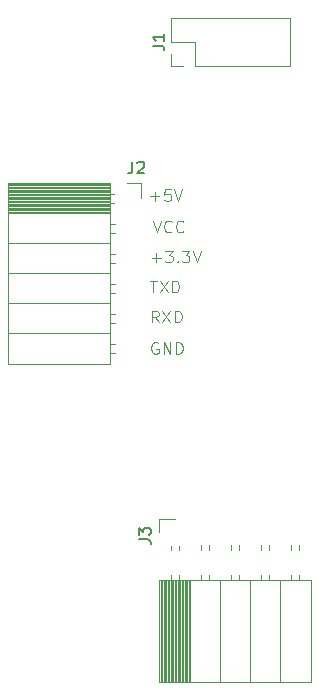
<source format=gto>
G04 #@! TF.GenerationSoftware,KiCad,Pcbnew,8.0.0*
G04 #@! TF.CreationDate,2024-03-09T17:02:06-06:00*
G04 #@! TF.ProjectId,Sonde_Programmer_Adapter,536f6e64-655f-4507-926f-6772616d6d65,rev?*
G04 #@! TF.SameCoordinates,Original*
G04 #@! TF.FileFunction,Legend,Top*
G04 #@! TF.FilePolarity,Positive*
%FSLAX46Y46*%
G04 Gerber Fmt 4.6, Leading zero omitted, Abs format (unit mm)*
G04 Created by KiCad (PCBNEW 8.0.0) date 2024-03-09 17:02:06*
%MOMM*%
%LPD*%
G01*
G04 APERTURE LIST*
%ADD10C,0.100000*%
%ADD11C,0.150000*%
%ADD12C,0.120000*%
%ADD13O,1.700000X1.700000*%
%ADD14R,1.700000X1.700000*%
%ADD15R,1.350000X1.350000*%
%ADD16O,1.350000X1.350000*%
G04 APERTURE END LIST*
D10*
X82361693Y-81470038D02*
X82266455Y-81422419D01*
X82266455Y-81422419D02*
X82123598Y-81422419D01*
X82123598Y-81422419D02*
X81980741Y-81470038D01*
X81980741Y-81470038D02*
X81885503Y-81565276D01*
X81885503Y-81565276D02*
X81837884Y-81660514D01*
X81837884Y-81660514D02*
X81790265Y-81850990D01*
X81790265Y-81850990D02*
X81790265Y-81993847D01*
X81790265Y-81993847D02*
X81837884Y-82184323D01*
X81837884Y-82184323D02*
X81885503Y-82279561D01*
X81885503Y-82279561D02*
X81980741Y-82374800D01*
X81980741Y-82374800D02*
X82123598Y-82422419D01*
X82123598Y-82422419D02*
X82218836Y-82422419D01*
X82218836Y-82422419D02*
X82361693Y-82374800D01*
X82361693Y-82374800D02*
X82409312Y-82327180D01*
X82409312Y-82327180D02*
X82409312Y-81993847D01*
X82409312Y-81993847D02*
X82218836Y-81993847D01*
X82837884Y-82422419D02*
X82837884Y-81422419D01*
X82837884Y-81422419D02*
X83409312Y-82422419D01*
X83409312Y-82422419D02*
X83409312Y-81422419D01*
X83885503Y-82422419D02*
X83885503Y-81422419D01*
X83885503Y-81422419D02*
X84123598Y-81422419D01*
X84123598Y-81422419D02*
X84266455Y-81470038D01*
X84266455Y-81470038D02*
X84361693Y-81565276D01*
X84361693Y-81565276D02*
X84409312Y-81660514D01*
X84409312Y-81660514D02*
X84456931Y-81850990D01*
X84456931Y-81850990D02*
X84456931Y-81993847D01*
X84456931Y-81993847D02*
X84409312Y-82184323D01*
X84409312Y-82184323D02*
X84361693Y-82279561D01*
X84361693Y-82279561D02*
X84266455Y-82374800D01*
X84266455Y-82374800D02*
X84123598Y-82422419D01*
X84123598Y-82422419D02*
X83885503Y-82422419D01*
X82409312Y-79755419D02*
X82075979Y-79279228D01*
X81837884Y-79755419D02*
X81837884Y-78755419D01*
X81837884Y-78755419D02*
X82218836Y-78755419D01*
X82218836Y-78755419D02*
X82314074Y-78803038D01*
X82314074Y-78803038D02*
X82361693Y-78850657D01*
X82361693Y-78850657D02*
X82409312Y-78945895D01*
X82409312Y-78945895D02*
X82409312Y-79088752D01*
X82409312Y-79088752D02*
X82361693Y-79183990D01*
X82361693Y-79183990D02*
X82314074Y-79231609D01*
X82314074Y-79231609D02*
X82218836Y-79279228D01*
X82218836Y-79279228D02*
X81837884Y-79279228D01*
X82742646Y-78755419D02*
X83409312Y-79755419D01*
X83409312Y-78755419D02*
X82742646Y-79755419D01*
X83790265Y-79755419D02*
X83790265Y-78755419D01*
X83790265Y-78755419D02*
X84028360Y-78755419D01*
X84028360Y-78755419D02*
X84171217Y-78803038D01*
X84171217Y-78803038D02*
X84266455Y-78898276D01*
X84266455Y-78898276D02*
X84314074Y-78993514D01*
X84314074Y-78993514D02*
X84361693Y-79183990D01*
X84361693Y-79183990D02*
X84361693Y-79326847D01*
X84361693Y-79326847D02*
X84314074Y-79517323D01*
X84314074Y-79517323D02*
X84266455Y-79612561D01*
X84266455Y-79612561D02*
X84171217Y-79707800D01*
X84171217Y-79707800D02*
X84028360Y-79755419D01*
X84028360Y-79755419D02*
X83790265Y-79755419D01*
X81695027Y-76215419D02*
X82266455Y-76215419D01*
X81980741Y-77215419D02*
X81980741Y-76215419D01*
X82504551Y-76215419D02*
X83171217Y-77215419D01*
X83171217Y-76215419D02*
X82504551Y-77215419D01*
X83552170Y-77215419D02*
X83552170Y-76215419D01*
X83552170Y-76215419D02*
X83790265Y-76215419D01*
X83790265Y-76215419D02*
X83933122Y-76263038D01*
X83933122Y-76263038D02*
X84028360Y-76358276D01*
X84028360Y-76358276D02*
X84075979Y-76453514D01*
X84075979Y-76453514D02*
X84123598Y-76643990D01*
X84123598Y-76643990D02*
X84123598Y-76786847D01*
X84123598Y-76786847D02*
X84075979Y-76977323D01*
X84075979Y-76977323D02*
X84028360Y-77072561D01*
X84028360Y-77072561D02*
X83933122Y-77167800D01*
X83933122Y-77167800D02*
X83790265Y-77215419D01*
X83790265Y-77215419D02*
X83552170Y-77215419D01*
X81837884Y-74294466D02*
X82599789Y-74294466D01*
X82218836Y-74675419D02*
X82218836Y-73913514D01*
X82980741Y-73675419D02*
X83599788Y-73675419D01*
X83599788Y-73675419D02*
X83266455Y-74056371D01*
X83266455Y-74056371D02*
X83409312Y-74056371D01*
X83409312Y-74056371D02*
X83504550Y-74103990D01*
X83504550Y-74103990D02*
X83552169Y-74151609D01*
X83552169Y-74151609D02*
X83599788Y-74246847D01*
X83599788Y-74246847D02*
X83599788Y-74484942D01*
X83599788Y-74484942D02*
X83552169Y-74580180D01*
X83552169Y-74580180D02*
X83504550Y-74627800D01*
X83504550Y-74627800D02*
X83409312Y-74675419D01*
X83409312Y-74675419D02*
X83123598Y-74675419D01*
X83123598Y-74675419D02*
X83028360Y-74627800D01*
X83028360Y-74627800D02*
X82980741Y-74580180D01*
X84028360Y-74580180D02*
X84075979Y-74627800D01*
X84075979Y-74627800D02*
X84028360Y-74675419D01*
X84028360Y-74675419D02*
X83980741Y-74627800D01*
X83980741Y-74627800D02*
X84028360Y-74580180D01*
X84028360Y-74580180D02*
X84028360Y-74675419D01*
X84409312Y-73675419D02*
X85028359Y-73675419D01*
X85028359Y-73675419D02*
X84695026Y-74056371D01*
X84695026Y-74056371D02*
X84837883Y-74056371D01*
X84837883Y-74056371D02*
X84933121Y-74103990D01*
X84933121Y-74103990D02*
X84980740Y-74151609D01*
X84980740Y-74151609D02*
X85028359Y-74246847D01*
X85028359Y-74246847D02*
X85028359Y-74484942D01*
X85028359Y-74484942D02*
X84980740Y-74580180D01*
X84980740Y-74580180D02*
X84933121Y-74627800D01*
X84933121Y-74627800D02*
X84837883Y-74675419D01*
X84837883Y-74675419D02*
X84552169Y-74675419D01*
X84552169Y-74675419D02*
X84456931Y-74627800D01*
X84456931Y-74627800D02*
X84409312Y-74580180D01*
X85314074Y-73675419D02*
X85647407Y-74675419D01*
X85647407Y-74675419D02*
X85980740Y-73675419D01*
X81949027Y-71135419D02*
X82282360Y-72135419D01*
X82282360Y-72135419D02*
X82615693Y-71135419D01*
X83520455Y-72040180D02*
X83472836Y-72087800D01*
X83472836Y-72087800D02*
X83329979Y-72135419D01*
X83329979Y-72135419D02*
X83234741Y-72135419D01*
X83234741Y-72135419D02*
X83091884Y-72087800D01*
X83091884Y-72087800D02*
X82996646Y-71992561D01*
X82996646Y-71992561D02*
X82949027Y-71897323D01*
X82949027Y-71897323D02*
X82901408Y-71706847D01*
X82901408Y-71706847D02*
X82901408Y-71563990D01*
X82901408Y-71563990D02*
X82949027Y-71373514D01*
X82949027Y-71373514D02*
X82996646Y-71278276D01*
X82996646Y-71278276D02*
X83091884Y-71183038D01*
X83091884Y-71183038D02*
X83234741Y-71135419D01*
X83234741Y-71135419D02*
X83329979Y-71135419D01*
X83329979Y-71135419D02*
X83472836Y-71183038D01*
X83472836Y-71183038D02*
X83520455Y-71230657D01*
X84520455Y-72040180D02*
X84472836Y-72087800D01*
X84472836Y-72087800D02*
X84329979Y-72135419D01*
X84329979Y-72135419D02*
X84234741Y-72135419D01*
X84234741Y-72135419D02*
X84091884Y-72087800D01*
X84091884Y-72087800D02*
X83996646Y-71992561D01*
X83996646Y-71992561D02*
X83949027Y-71897323D01*
X83949027Y-71897323D02*
X83901408Y-71706847D01*
X83901408Y-71706847D02*
X83901408Y-71563990D01*
X83901408Y-71563990D02*
X83949027Y-71373514D01*
X83949027Y-71373514D02*
X83996646Y-71278276D01*
X83996646Y-71278276D02*
X84091884Y-71183038D01*
X84091884Y-71183038D02*
X84234741Y-71135419D01*
X84234741Y-71135419D02*
X84329979Y-71135419D01*
X84329979Y-71135419D02*
X84472836Y-71183038D01*
X84472836Y-71183038D02*
X84520455Y-71230657D01*
X81710884Y-69087466D02*
X82472789Y-69087466D01*
X82091836Y-69468419D02*
X82091836Y-68706514D01*
X83425169Y-68468419D02*
X82948979Y-68468419D01*
X82948979Y-68468419D02*
X82901360Y-68944609D01*
X82901360Y-68944609D02*
X82948979Y-68896990D01*
X82948979Y-68896990D02*
X83044217Y-68849371D01*
X83044217Y-68849371D02*
X83282312Y-68849371D01*
X83282312Y-68849371D02*
X83377550Y-68896990D01*
X83377550Y-68896990D02*
X83425169Y-68944609D01*
X83425169Y-68944609D02*
X83472788Y-69039847D01*
X83472788Y-69039847D02*
X83472788Y-69277942D01*
X83472788Y-69277942D02*
X83425169Y-69373180D01*
X83425169Y-69373180D02*
X83377550Y-69420800D01*
X83377550Y-69420800D02*
X83282312Y-69468419D01*
X83282312Y-69468419D02*
X83044217Y-69468419D01*
X83044217Y-69468419D02*
X82948979Y-69420800D01*
X82948979Y-69420800D02*
X82901360Y-69373180D01*
X83758503Y-68468419D02*
X84091836Y-69468419D01*
X84091836Y-69468419D02*
X84425169Y-68468419D01*
D11*
X80184666Y-66129819D02*
X80184666Y-66844104D01*
X80184666Y-66844104D02*
X80137047Y-66986961D01*
X80137047Y-66986961D02*
X80041809Y-67082200D01*
X80041809Y-67082200D02*
X79898952Y-67129819D01*
X79898952Y-67129819D02*
X79803714Y-67129819D01*
X80613238Y-66225057D02*
X80660857Y-66177438D01*
X80660857Y-66177438D02*
X80756095Y-66129819D01*
X80756095Y-66129819D02*
X80994190Y-66129819D01*
X80994190Y-66129819D02*
X81089428Y-66177438D01*
X81089428Y-66177438D02*
X81137047Y-66225057D01*
X81137047Y-66225057D02*
X81184666Y-66320295D01*
X81184666Y-66320295D02*
X81184666Y-66415533D01*
X81184666Y-66415533D02*
X81137047Y-66558390D01*
X81137047Y-66558390D02*
X80565619Y-67129819D01*
X80565619Y-67129819D02*
X81184666Y-67129819D01*
X81913819Y-56340333D02*
X82628104Y-56340333D01*
X82628104Y-56340333D02*
X82770961Y-56387952D01*
X82770961Y-56387952D02*
X82866200Y-56483190D01*
X82866200Y-56483190D02*
X82913819Y-56626047D01*
X82913819Y-56626047D02*
X82913819Y-56721285D01*
X82913819Y-55340333D02*
X82913819Y-55911761D01*
X82913819Y-55626047D02*
X81913819Y-55626047D01*
X81913819Y-55626047D02*
X82056676Y-55721285D01*
X82056676Y-55721285D02*
X82151914Y-55816523D01*
X82151914Y-55816523D02*
X82199533Y-55911761D01*
X80734819Y-98123333D02*
X81449104Y-98123333D01*
X81449104Y-98123333D02*
X81591961Y-98170952D01*
X81591961Y-98170952D02*
X81687200Y-98266190D01*
X81687200Y-98266190D02*
X81734819Y-98409047D01*
X81734819Y-98409047D02*
X81734819Y-98504285D01*
X80734819Y-97742380D02*
X80734819Y-97123333D01*
X80734819Y-97123333D02*
X81115771Y-97456666D01*
X81115771Y-97456666D02*
X81115771Y-97313809D01*
X81115771Y-97313809D02*
X81163390Y-97218571D01*
X81163390Y-97218571D02*
X81211009Y-97170952D01*
X81211009Y-97170952D02*
X81306247Y-97123333D01*
X81306247Y-97123333D02*
X81544342Y-97123333D01*
X81544342Y-97123333D02*
X81639580Y-97170952D01*
X81639580Y-97170952D02*
X81687200Y-97218571D01*
X81687200Y-97218571D02*
X81734819Y-97313809D01*
X81734819Y-97313809D02*
X81734819Y-97599523D01*
X81734819Y-97599523D02*
X81687200Y-97694761D01*
X81687200Y-97694761D02*
X81639580Y-97742380D01*
D12*
X80891000Y-67910000D02*
X80891000Y-69240000D01*
X79781000Y-67910000D02*
X80891000Y-67910000D01*
X78321000Y-82300000D02*
X78731000Y-82300000D01*
X78321000Y-81580000D02*
X78731000Y-81580000D01*
X78321000Y-79760000D02*
X78731000Y-79760000D01*
X78321000Y-79040000D02*
X78731000Y-79040000D01*
X78321000Y-77220000D02*
X78731000Y-77220000D01*
X78321000Y-76500000D02*
X78731000Y-76500000D01*
X78321000Y-74680000D02*
X78731000Y-74680000D01*
X78321000Y-73960000D02*
X78731000Y-73960000D01*
X78321000Y-72140000D02*
X78731000Y-72140000D01*
X78321000Y-71420000D02*
X78731000Y-71420000D01*
X78321000Y-69600000D02*
X78671000Y-69600000D01*
X78321000Y-68880000D02*
X78671000Y-68880000D01*
X78321000Y-67910000D02*
X78321000Y-83270000D01*
X69691000Y-83270000D02*
X78321000Y-83270000D01*
X69691000Y-80670000D02*
X78321000Y-80670000D01*
X69691000Y-78130000D02*
X78321000Y-78130000D01*
X69691000Y-75590000D02*
X78321000Y-75590000D01*
X69691000Y-73050000D02*
X78321000Y-73050000D01*
X69691000Y-70510000D02*
X78321000Y-70510000D01*
X69691000Y-70391900D02*
X78321000Y-70391900D01*
X69691000Y-70273805D02*
X78321000Y-70273805D01*
X69691000Y-70155710D02*
X78321000Y-70155710D01*
X69691000Y-70037615D02*
X78321000Y-70037615D01*
X69691000Y-69919520D02*
X78321000Y-69919520D01*
X69691000Y-69801425D02*
X78321000Y-69801425D01*
X69691000Y-69683330D02*
X78321000Y-69683330D01*
X69691000Y-69565235D02*
X78321000Y-69565235D01*
X69691000Y-69447140D02*
X78321000Y-69447140D01*
X69691000Y-69329045D02*
X78321000Y-69329045D01*
X69691000Y-69210950D02*
X78321000Y-69210950D01*
X69691000Y-69092855D02*
X78321000Y-69092855D01*
X69691000Y-68974760D02*
X78321000Y-68974760D01*
X69691000Y-68856665D02*
X78321000Y-68856665D01*
X69691000Y-68738570D02*
X78321000Y-68738570D01*
X69691000Y-68620475D02*
X78321000Y-68620475D01*
X69691000Y-68502380D02*
X78321000Y-68502380D01*
X69691000Y-68384285D02*
X78321000Y-68384285D01*
X69691000Y-68266190D02*
X78321000Y-68266190D01*
X69691000Y-68148095D02*
X78321000Y-68148095D01*
X69691000Y-68030000D02*
X78321000Y-68030000D01*
X69691000Y-67910000D02*
X78321000Y-67910000D01*
X69691000Y-67910000D02*
X69691000Y-83270000D01*
X83459000Y-53947000D02*
X93579000Y-53947000D01*
X83459000Y-56007000D02*
X83459000Y-53947000D01*
X83459000Y-58067000D02*
X83459000Y-57007000D01*
X84519000Y-58067000D02*
X83459000Y-58067000D01*
X85519000Y-56007000D02*
X83459000Y-56007000D01*
X85519000Y-58067000D02*
X85519000Y-56007000D01*
X85519000Y-58067000D02*
X93579000Y-58067000D01*
X93579000Y-58067000D02*
X93579000Y-53947000D01*
X82490000Y-96426000D02*
X83820000Y-96426000D01*
X82490000Y-97536000D02*
X82490000Y-96426000D01*
X82490000Y-101536000D02*
X95310000Y-101536000D01*
X82490000Y-110166000D02*
X82490000Y-101536000D01*
X82490000Y-110166000D02*
X95310000Y-110166000D01*
X82610000Y-110166000D02*
X82610000Y-101536000D01*
X82728095Y-110166000D02*
X82728095Y-101536000D01*
X82846190Y-110166000D02*
X82846190Y-101536000D01*
X82964285Y-110166000D02*
X82964285Y-101536000D01*
X83082380Y-110166000D02*
X83082380Y-101536000D01*
X83200475Y-110166000D02*
X83200475Y-101536000D01*
X83318570Y-110166000D02*
X83318570Y-101536000D01*
X83436665Y-110166000D02*
X83436665Y-101536000D01*
X83460000Y-99026000D02*
X83460000Y-98646000D01*
X83460000Y-101536000D02*
X83460000Y-101126000D01*
X83554760Y-110166000D02*
X83554760Y-101536000D01*
X83672855Y-110166000D02*
X83672855Y-101536000D01*
X83790950Y-110166000D02*
X83790950Y-101536000D01*
X83909045Y-110166000D02*
X83909045Y-101536000D01*
X84027140Y-110166000D02*
X84027140Y-101536000D01*
X84145235Y-110166000D02*
X84145235Y-101536000D01*
X84180000Y-99026000D02*
X84180000Y-98646000D01*
X84180000Y-101536000D02*
X84180000Y-101126000D01*
X84263330Y-110166000D02*
X84263330Y-101536000D01*
X84381425Y-110166000D02*
X84381425Y-101536000D01*
X84499520Y-110166000D02*
X84499520Y-101536000D01*
X84617615Y-110166000D02*
X84617615Y-101536000D01*
X84735710Y-110166000D02*
X84735710Y-101536000D01*
X84853805Y-110166000D02*
X84853805Y-101536000D01*
X84971900Y-110166000D02*
X84971900Y-101536000D01*
X85090000Y-110166000D02*
X85090000Y-101536000D01*
X86000000Y-99026000D02*
X86000000Y-98586000D01*
X86000000Y-101536000D02*
X86000000Y-101126000D01*
X86720000Y-99026000D02*
X86720000Y-98586000D01*
X86720000Y-101536000D02*
X86720000Y-101126000D01*
X87630000Y-110166000D02*
X87630000Y-101536000D01*
X88540000Y-99026000D02*
X88540000Y-98586000D01*
X88540000Y-101536000D02*
X88540000Y-101126000D01*
X89260000Y-99026000D02*
X89260000Y-98586000D01*
X89260000Y-101536000D02*
X89260000Y-101126000D01*
X90170000Y-110166000D02*
X90170000Y-101536000D01*
X91080000Y-99026000D02*
X91080000Y-98586000D01*
X91080000Y-101536000D02*
X91080000Y-101126000D01*
X91800000Y-99026000D02*
X91800000Y-98586000D01*
X91800000Y-101536000D02*
X91800000Y-101126000D01*
X92710000Y-110166000D02*
X92710000Y-101536000D01*
X93620000Y-99026000D02*
X93620000Y-98586000D01*
X93620000Y-101536000D02*
X93620000Y-101126000D01*
X94340000Y-99026000D02*
X94340000Y-98586000D01*
X94340000Y-101536000D02*
X94340000Y-101126000D01*
X95310000Y-110166000D02*
X95310000Y-101536000D01*
%LPC*%
D13*
X79781000Y-81940000D03*
X79781000Y-79400000D03*
X79781000Y-76860000D03*
X79781000Y-74320000D03*
X79781000Y-71780000D03*
D14*
X79781000Y-69240000D03*
D15*
X84519000Y-57007000D03*
D16*
X84519000Y-55007000D03*
X86519000Y-57007000D03*
X86519000Y-55007000D03*
X88519000Y-57007000D03*
X88519000Y-55007000D03*
X90519000Y-57007000D03*
X90519000Y-55007000D03*
X92519000Y-57007000D03*
X92519000Y-55007000D03*
D14*
X83820000Y-97536000D03*
D13*
X83820000Y-100076000D03*
X86360000Y-97536000D03*
X86360000Y-100076000D03*
X88900000Y-97536000D03*
X88900000Y-100076000D03*
X91440000Y-97536000D03*
X91440000Y-100076000D03*
X93980000Y-97536000D03*
X93980000Y-100076000D03*
%LPD*%
M02*

</source>
